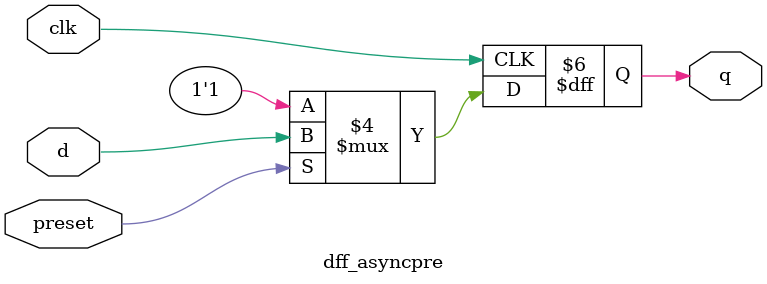
<source format=sv>

module dff_asyncpre(clk, d, q, preset);
  //INITIALIZE INPUTS AND OUTPUTS BASED ON MANUAL INSTRUCTIONS
  input clk, d, preset;
  output reg q;
  
  //ALWAYS BLOCK
  always @(posedge clk) begin
      
    //IF PRESET = 0 THEN SET Q = 1
    if(preset == 0) begin
        q <= 1'b1;
    end
    else begin
          
      //ADD D-FF FUNCTIONALITY
      q <= d;
    end
        
  //END ALWAYS posedge BLOCK
  end
    
endmodule
</source>
